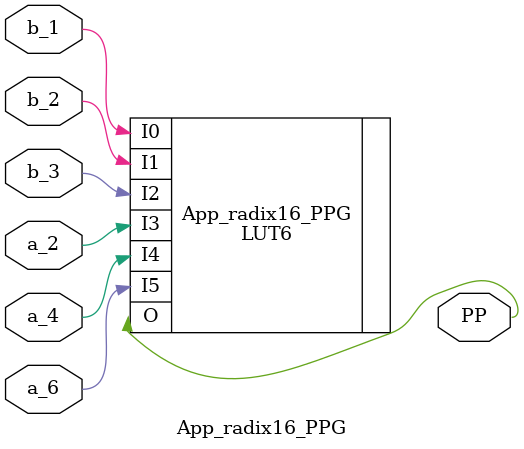
<source format=v>
module App_radix16_PPG(
    input  b_3,     //encoding signal b_{4i+3}
    input  b_2,     //encoding signal b_{4i+2}
    input  b_1,     //encoding signal b_{4i+1}
    
    input  a_2,     //decoding signal a_{j-1}
    input  a_4,     //decoding signal a_{j-2}
    input  a_6,     //decoding signal 3A_{j-1}
    
    output wire PP   //PP_{i, j}
    );
    
   LUT6 #(.INIT(64'h0E4C2A6816543270)) App_radix16_PPG (
        .I0(b_1), .I1(b_2), .I2(b_3), .I3(a_2), .I4(a_4), .I5(a_6),
        .O(PP)
        );
        
endmodule
</source>
